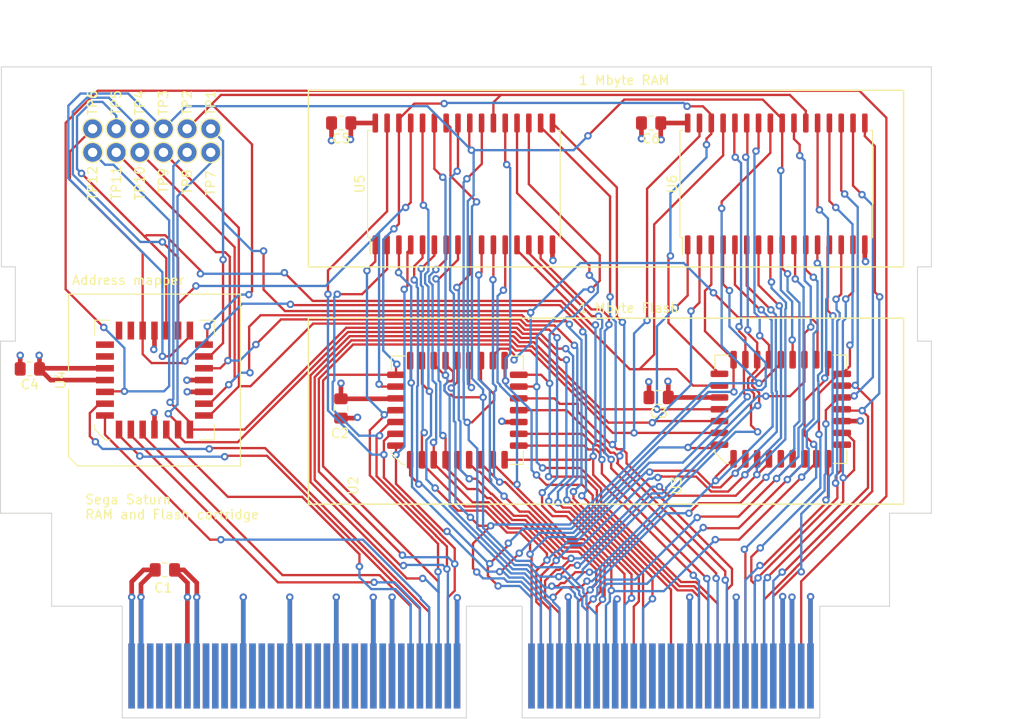
<source format=kicad_pcb>
(kicad_pcb (version 20221018) (generator pcbnew)

  (general
    (thickness 1.6)
  )

  (paper "A4")
  (layers
    (0 "F.Cu" signal)
    (1 "In1.Cu" power "GND")
    (2 "In2.Cu" power "VDD")
    (31 "B.Cu" signal)
    (32 "B.Adhes" user "B.Adhesive")
    (33 "F.Adhes" user "F.Adhesive")
    (34 "B.Paste" user)
    (35 "F.Paste" user)
    (36 "B.SilkS" user "B.Silkscreen")
    (37 "F.SilkS" user "F.Silkscreen")
    (38 "B.Mask" user)
    (39 "F.Mask" user)
    (40 "Dwgs.User" user "User.Drawings")
    (41 "Cmts.User" user "User.Comments")
    (42 "Eco1.User" user "User.Eco1")
    (44 "Edge.Cuts" user)
    (45 "Margin" user)
    (46 "B.CrtYd" user "B.Courtyard")
    (47 "F.CrtYd" user "F.Courtyard")
    (48 "B.Fab" user)
    (49 "F.Fab" user)
  )

  (setup
    (stackup
      (layer "F.SilkS" (type "Top Silk Screen"))
      (layer "F.Paste" (type "Top Solder Paste"))
      (layer "F.Mask" (type "Top Solder Mask") (thickness 0.01))
      (layer "F.Cu" (type "copper") (thickness 0.035))
      (layer "dielectric 1" (type "prepreg") (thickness 0.1) (material "FR4") (epsilon_r 4.5) (loss_tangent 0.02))
      (layer "In1.Cu" (type "copper") (thickness 0.035))
      (layer "dielectric 2" (type "core") (thickness 1.24) (material "FR4") (epsilon_r 4.5) (loss_tangent 0.02))
      (layer "In2.Cu" (type "copper") (thickness 0.035))
      (layer "dielectric 3" (type "prepreg") (thickness 0.1) (material "FR4") (epsilon_r 4.5) (loss_tangent 0.02))
      (layer "B.Cu" (type "copper") (thickness 0.035))
      (layer "B.Mask" (type "Bottom Solder Mask") (thickness 0.01))
      (layer "B.Paste" (type "Bottom Solder Paste"))
      (layer "B.SilkS" (type "Bottom Silk Screen"))
      (copper_finish "None")
      (dielectric_constraints no)
      (edge_connector bevelled)
    )
    (pad_to_mask_clearance 0)
    (pcbplotparams
      (layerselection 0x00010fc_ffffffff)
      (plot_on_all_layers_selection 0x0000000_00000000)
      (disableapertmacros false)
      (usegerberextensions false)
      (usegerberattributes true)
      (usegerberadvancedattributes true)
      (creategerberjobfile true)
      (dashed_line_dash_ratio 12.000000)
      (dashed_line_gap_ratio 3.000000)
      (svgprecision 4)
      (plotframeref false)
      (viasonmask false)
      (mode 1)
      (useauxorigin false)
      (hpglpennumber 1)
      (hpglpenspeed 20)
      (hpglpendiameter 15.000000)
      (dxfpolygonmode true)
      (dxfimperialunits true)
      (dxfusepcbnewfont true)
      (psnegative false)
      (psa4output false)
      (plotreference true)
      (plotvalue true)
      (plotinvisibletext false)
      (sketchpadsonfab false)
      (subtractmaskfromsilk false)
      (outputformat 4)
      (mirror false)
      (drillshape 0)
      (scaleselection 1)
      (outputdirectory "")
    )
  )

  (net 0 "")
  (net 1 "VDD")
  (net 2 "GND")
  (net 3 "/~{CSROM}")
  (net 4 "/~{CSRAM}")
  (net 5 "/~{RD}")
  (net 6 "/~{WRL}")
  (net 7 "/~{WRH}")
  (net 8 "/~{AWAIT}")
  (net 9 "/~{ACS0}")
  (net 10 "/~{ACS1}")
  (net 11 "/~{ARD}")
  (net 12 "/~{AWR0}")
  (net 13 "/~{AWR1}")
  (net 14 "/MCLK")
  (net 15 "unconnected-(U1-~{SYSRES}-PadA3)")
  (net 16 "unconnected-(U1-ISD-PadA4)")
  (net 17 "unconnected-(U1-IBCK-PadA5)")
  (net 18 "unconnected-(U1-ILRCK-PadA6)")
  (net 19 "unconnected-(U1-SCSPCLK-PadA7)")
  (net 20 "unconnected-(U1-EXBG0-PadA9)")
  (net 21 "unconnected-(U1-EXBG2-PadA10)")
  (net 22 "unconnected-(U1-EXBG4-PadA11)")
  (net 23 "unconnected-(U1-EXBG6-PadA12)")
  (net 24 "unconnected-(U1-EXBG8-PadA14)")
  (net 25 "unconnected-(U1-EXBG10-PadA15)")
  (net 26 "unconnected-(U1-EXBG12-PadA16)")
  (net 27 "unconnected-(U1-EXBG14-PadA17)")
  (net 28 "unconnected-(U1-EXBG16-PadA19)")
  (net 29 "unconnected-(U1-EXBG18-PadA20)")
  (net 30 "unconnected-(U1-EXBG20-PadA21)")
  (net 31 "unconnected-(U1-EXBG22-PadA22)")
  (net 32 "unconnected-(U1-~{EXON}-PadA24)")
  (net 33 "unconnected-(U1-~{EXLA1}-PadA25)")
  (net 34 "unconnected-(U1-~{HSYNC}-PadA26)")
  (net 35 "unconnected-(U1-DOTCLK-PadA28)")
  (net 36 "unconnected-(U1-CRTG0-PadA30)")
  (net 37 "/AA25")
  (net 38 "/AA23")
  (net 39 "/AA21")
  (net 40 "/AA19")
  (net 41 "/AA17")
  (net 42 "/AA15")
  (net 43 "/AA12")
  (net 44 "/AA13")
  (net 45 "/AA8")
  (net 46 "/AA9")
  (net 47 "/AA11")
  (net 48 "/AA10")
  (net 49 "/AA1")
  (net 50 "unconnected-(U1-~{ACS2}-PadA48)")
  (net 51 "unconnected-(U1-~{AFC0}-PadA50)")
  (net 52 "unconnected-(U1-~{ATIM0}-PadA51)")
  (net 53 "unconnected-(U1-~{ATIM2}-PadA52)")
  (net 54 "unconnected-(U1-~{AAS}-PadA53)")
  (net 55 "/AD0")
  (net 56 "/AD1")
  (net 57 "/AD2")
  (net 58 "/AD3")
  (net 59 "/AD8")
  (net 60 "/AD9")
  (net 61 "/AD10")
  (net 62 "/AD11")
  (net 63 "unconnected-(U1-~{COPRES}-PadA66)")
  (net 64 "unconnected-(U1-SSEL-PadB3)")
  (net 65 "unconnected-(U1-DSD-PadB4)")
  (net 66 "unconnected-(U1-DBCK-PadB5)")
  (net 67 "unconnected-(U1-DLRCK-PadB6)")
  (net 68 "unconnected-(U1-EXBG1-PadB9)")
  (net 69 "unconnected-(U1-EXBG3-PadB10)")
  (net 70 "unconnected-(U1-EXBG5-PadB11)")
  (net 71 "unconnected-(U1-EXBG7-PadB12)")
  (net 72 "unconnected-(U1-EXBG9-PadB14)")
  (net 73 "unconnected-(U1-EXBG11-PadB15)")
  (net 74 "unconnected-(U1-EXBG13-PadB16)")
  (net 75 "unconnected-(U1-EXBG15-PadB17)")
  (net 76 "unconnected-(U1-EXBG17-PadB19)")
  (net 77 "unconnected-(U1-EXBG19-PadB20)")
  (net 78 "unconnected-(U1-EXBG21-PadB21)")
  (net 79 "unconnected-(U1-EXBG23-PadB22)")
  (net 80 "unconnected-(U1-~{MPEGON}-PadB24)")
  (net 81 "unconnected-(U1-~{EXSL}-PadB25)")
  (net 82 "unconnected-(U1-~{VSYNC}-PadB26)")
  (net 83 "unconnected-(U1-~{EXSYNC}-PadB28)")
  (net 84 "unconnected-(U1-CRTG1-PadB30)")
  (net 85 "/AA24")
  (net 86 "/AA22")
  (net 87 "/AA20")
  (net 88 "/AA18")
  (net 89 "/AA16")
  (net 90 "/AA14")
  (net 91 "/AA7")
  (net 92 "/AA6")
  (net 93 "/AA5")
  (net 94 "/AA4")
  (net 95 "/AA3")
  (net 96 "/AA2")
  (net 97 "unconnected-(U1-AA0-PadB45)")
  (net 98 "unconnected-(U1-~{AFC1}-PadB50)")
  (net 99 "unconnected-(U1-~{ATIM1}-PadB51)")
  (net 100 "unconnected-(U1-~{AIRQ}-PadB53)")
  (net 101 "/AD7")
  (net 102 "/AD6")
  (net 103 "/AD5")
  (net 104 "/AD4")
  (net 105 "/AD15")
  (net 106 "/AD14")
  (net 107 "/AD12")
  (net 108 "/AD13")
  (net 109 "unconnected-(U4-IO20-Pad24)")
  (net 110 "unconnected-(U4-IO21-Pad25)")
  (net 111 "unconnected-(U4-IO22-Pad26)")
  (net 112 "unconnected-(U4-IO23-Pad27)")

  (footprint "Library:TestPoint_Plated_Hole_D1.0mm" (layer "F.Cu") (at 111.88 73.18 180))

  (footprint "Library:TestPoint_Plated_Hole_D1.0mm" (layer "F.Cu") (at 109.34 73.18 180))

  (footprint "Library:PLCC-28_8428" (layer "F.Cu") (at 113.45 97.66 90))

  (footprint "Library:TestPoint_Plated_Hole_D1.0mm" (layer "F.Cu") (at 119.5 70.64 180))

  (footprint "Library:TestPoint_Plated_Hole_D1.0mm" (layer "F.Cu") (at 106.8 73.18 180))

  (footprint "Library:SOP-32" (layer "F.Cu") (at 180.31 76.57 90))

  (footprint "Capacitor_SMD:C_0805_2012Metric_Pad1.18x1.45mm_HandSolder" (layer "F.Cu") (at 133.5275 70.02 180))

  (footprint "Library:TestPoint_Plated_Hole_D1.0mm" (layer "F.Cu") (at 109.34 70.64 180))

  (footprint "Library:TestPoint_Plated_Hole_D1.0mm" (layer "F.Cu") (at 114.42 70.64 180))

  (footprint "Library:SOP-32" (layer "F.Cu") (at 146.72 76.57 90))

  (footprint "Capacitor_SMD:C_0805_2012Metric_Pad1.18x1.45mm_HandSolder" (layer "F.Cu") (at 114.57 118.07))

  (footprint "Library:PLCC-32_8432" (layer "F.Cu") (at 146.02 100.9 90))

  (footprint "Library:TestPoint_Plated_Hole_D1.0mm" (layer "F.Cu") (at 106.8 70.64 180))

  (footprint "Capacitor_SMD:C_0805_2012Metric_Pad1.18x1.45mm_HandSolder" (layer "F.Cu") (at 133.5 100.7125 -90))

  (footprint "Capacitor_SMD:C_0805_2012Metric_Pad1.18x1.45mm_HandSolder" (layer "F.Cu") (at 166.8525 70.02 180))

  (footprint "Capacitor_SMD:C_0805_2012Metric_Pad1.18x1.45mm_HandSolder" (layer "F.Cu") (at 100.05 96.46 180))

  (footprint "Library:TestPoint_Plated_Hole_D1.0mm" (layer "F.Cu") (at 119.5 73.18 180))

  (footprint "Capacitor_SMD:C_0805_2012Metric_Pad1.18x1.45mm_HandSolder" (layer "F.Cu") (at 167.6625 99.53 180))

  (footprint "Library:TestPoint_Plated_Hole_D1.0mm" (layer "F.Cu") (at 116.96 73.18 180))

  (footprint "Library:PLCC-32_8432" (layer "F.Cu") (at 180.8 100.8 90))

  (footprint "Library:TestPoint_Plated_Hole_D1.0mm" (layer "F.Cu") (at 116.96 70.64 180))

  (footprint "Library:TestPoint_Plated_Hole_D1.0mm" (layer "F.Cu") (at 111.88 70.64 180))

  (footprint "Library:SATURN_CN1" (layer "F.Cu") (at 109.99 125.98))

  (footprint "Library:TestPoint_Plated_Hole_D1.0mm" (layer "F.Cu") (at 114.42 73.18 180))

  (gr_rect (start 130 66.5) (end 194 85.5)
    (stroke (width 0.15) (type default)) (fill none) (layer "F.SilkS") (tstamp a6b167f1-9cac-4e53-add4-ad2e2517ef39))
  (gr_rect (start 130 91) (end 194 111)
    (stroke (width 0.15) (type default)) (fill none) (layer "F.SilkS") (tstamp c1377649-0c44-464c-b3f3-ab127a7090fd))
  (gr_line (start 150 122) (end 150 64)
    (stroke (width 0.15) (type default)) (layer "Eco1.User") (tstamp bdfd6878-abc7-4789-b7cd-afda63aa0df3))
  (gr_line (start 195.5 89.5) (end 98.5 89.5)
    (stroke (width 0.15) (type default)) (layer "Eco1.User") (tstamp e849be9c-8dfb-4966-9e35-2065530ace32))
  (gr_line (start 96.89 93.48) (end 96.89 111.98)
    (stroke (width 0.1) (type default)) (layer "Edge.Cuts") (tstamp 26efc865-a19c-4913-a318-9055b5962c06))
  (gr_line (start 195.49 85.48) (end 196.99 85.48)
    (stroke (width 0.1) (type default)) (layer "Edge.Cuts") (tstamp 4137ff99-5efb-4096-a64a-e02f430a5ac9))
  (gr_line (start 196.99 63.98) (end 96.99 63.98)
    (stroke (width 0.1) (type default)) (layer "Edge.Cuts") (tstamp 46e091f8-3e2e-4d54-8989-fac748598c76))
  (gr_line (start 196.99 85.48) (end 196.99 63.98)
    (stroke (width 0.1) (type default)) (layer "Edge.Cuts") (tstamp 4f837575-f8c5-4523-a767-98a5dd25cdf5))
  (gr_line (start 192.49 111.98) (end 196.99 111.98)
    (stroke (width 0.1) (type default)) (layer "Edge.Cuts") (tstamp 5df55996-96f7-40d7-b671-5e3cb346e2b3))
  (gr_line (start 192.49 121.98) (end 192.49 111.98)
    (stroke (width 0.1) (type default)) (layer "Edge.Cuts") (tstamp 61ddd867-1616-4456-b7dc-94d10d9edbd5))
  (gr_line (start 96.89 111.98) (end 102.39 111.98)
    (stroke (width 0.1) (type default)) (layer "Edge.Cuts") (tstamp 66a74439-54f6-4403-a5f1-b249e2e360be))
  (gr_line (start 102.39 121.98) (end 109.99 121.98)
    (stroke (width 0.1) (type default)) (layer "Edge.Cuts") (tstamp 7f73f415-af0a-4e30-b8c2-9fbc25fcfaf0))
  (gr_line (start 96.99 63.98) (end 96.99 85.48)
    (stroke (width 0.1) (type default)) (layer "Edge.Cuts") (tstamp 847fdc5e-8fcd-4b4f-a7eb-512a24115e76))
  (gr_line (start 96.99 85.48) (end 98.49 85.48)
    (stroke (width 0.1) (type default)) (layer "Edge.Cuts") (tstamp 84ae881f-c1f3-4201-945b-3e3f7f558d26))
  (gr_line (start 98.49 93.48) (end 96.89 93.48)
    (stroke (width 0.1) (type default)) (layer "Edge.Cuts") (tstamp 9117ed7d-daad-42b0-88bf-39fb005725f8))
  (gr_line (start 98.49 85.48) (end 98.49 93.48)
    (stroke (width 0.1) (type default)) (layer "Edge.Cuts") (tstamp a14122f6-8b83-4593-af3e-a7bd404646fd))
  (gr_line (start 196.99 111.98) (end 196.99 93.48)
    (stroke (width 0.1) (type default)) (layer "Edge.Cuts") (tstamp a258845f-c130-4452-b724-a9ac96631bca))
  (gr_line (start 196.99 93.48) (end 195.49 93.48)
    (stroke (width 0.1) (type default)) (layer "Edge.Cuts") (tstamp a4f68842-6b36-493f-9c30-8564361a8b55))
  (gr_line (start 184.99 121.98) (end 192.49 121.98)
    (stroke (width 0.1) (type default)) (layer "Edge.Cuts") (tstamp b5f7aef3-9cbc-4c5e-8fb5-c954b3e65829))
  (gr_line (start 195.49 93.48) (end 195.49 85.48)
    (stroke (width 0.1) (type default)) (layer "Edge.Cuts") (tstamp b7acb519-8269-43da-be45-cd24fa5d160a))
  (gr_line (start 102.39 111.98) (end 102.39 121.98)
    (stroke (width 0.1) (type default)) (layer "Edge.Cuts") (tstamp fa2e1d12-0bd9-46db-a7b3-b44336313362))
  (gr_text "Address mapper" (at 104.5 87.5) (layer "F.SilkS") (tstamp 0cc24dd1-9bc6-4353-8d20-4608f56f824d)
    (effects (font (size 1 1) (thickness 0.15)) (justify left bottom))
  )
  (gr_text "1 Mbyte Flash" (at 159 90.5) (layer "F.SilkS") (tstamp 3ad84fec-8402-470d-adeb-da6ca6c1da6e)
    (effects (font (size 1 1) (thickness 0.15)) (justify left bottom))
  )
  (gr_text "Sega Saturn\nRAM and Flash cartridge" (at 105.9 112.7) (layer "F.SilkS") (tstamp a876362f-4b64-4a0f-a525-36d00efc03a5)
    (effects (font (size 1 1) (thickness 0.15)) (justify left bottom))
  )
  (gr_text "1 Mbyte RAM\n" (at 159 66) (layer "F.SilkS") (tstamp d8b84799-57b6-4c0d-96ea-4fab1526717d)
    (effects (font (size 1 1) (thickness 0.15)) (justify left bottom))
  )
  (dimension (type aligned) (layer "Eco1.User") (tstamp a97910fa-4868-4813-ac43-01d96c079285)
    (pts (xy 195.5 89.5) (xy 195.5 85.5))
    (height 7.7)
    (gr_text "4.0000 mm" (at 202.05 87.5 90) (layer "Eco1.User") (tstamp a97910fa-4868-4813-ac43-01d96c079285)
      (effects (font (size 1 1) (thickness 0.15)))
    )
    (format (prefix "") (suffix "") (units 3) (units_format 1) (precision 4))
    (style (thickness 0.15) (arrow_length 1.27) (text_position_mode 0) (extension_height 0.58642) (extension_offset 0.5) keep_text_aligned)
  )
  (dimension (type aligned) (layer "Eco1.User") (tstamp f6f758f3-dbbb-48f4-9719-d87db58343bc)
    (pts (xy 197 85.5) (xy 197 93.5))
    (height -3.66)
    (gr_text "8.0000 mm" (at 199.51 89.5 90) (layer "Eco1.User") (tstamp f6f758f3-dbbb-48f4-9719-d87db58343bc)
      (effects (font (size 1 1) (thickness 0.15)))
    )
    (format (prefix "") (suffix "") (units 3) (units_format 1) (precision 4))
    (style (thickness 0.15) (arrow_length 1.27) (text_position_mode 0) (extension_height 0.58642) (extension_offset 0.5) keep_text_aligned)
  )

  (segment (start 183.99 120.956886) (end 184 120.946886) (width 0.5) (layer "F.Cu") (net 1) (tstamp 150a5cac-e38b-49fc-8e16-ee4c48f154c7))
  (segment (start 134.565 70.02) (end 137.195 70.02) (width 0.5) (layer "F.Cu") (net 1) (tstamp 1d19f338-61d8-42a6-b909-b327beb47438))
  (segment (start 133.5 98.002842) (end 133.505278 97.997564) (width 0.5) (layer "F.Cu") (net 1) (tstamp 2593b6cd-ae10-43b7-8d2d-f8556f1fcbd3))
  (segment (start 133.5 99.675) (end 139.375 99.675) (width 0.5) (layer "F.Cu") (net 1) (tstamp 28bbd7af-639e-43bc-b5cf-048b2a6d7566))
  (segment (start 112.28 118.07) (end 113.5325 118.07) (width 0.5) (layer "F.Cu") (net 1) (tstamp 33287a7e-7159-47df-847c-2f567b83cc4b))
  (segment (start 134.565 71.755) (end 134.53 71.79) (width 0.5) (layer "F.Cu") (net 1) (tstamp 3472f6bb-4853-4b03-9811-f03048cc8250))
  (segment (start 111 129.5) (end 111 121) (width 0.5) (layer "F.Cu") (net 1) (tstamp 393b1950-bc06-48bd-9284-d13db6901523))
  (segment (start 168.7 97.83) (end 168.66 97.79) (width 0.5) (layer "F.Cu") (net 1) (tstamp 45ce71a3-9def-42c7-8acd-e048f7e85daf))
  (segment (start 112 121) (end 112 119.6025) (width 0.5) (layer "F.Cu") (net 1) (tstamp 4c769d22-9429-49bc-a794-69c5c1c976a5))
  (segment (start 167.89 71.77) (end 167.94 71.82) (width 0.5) (layer "F.Cu") (net 1) (tstamp 50369504-05d8-49cd-865f-306c58d96834))
  (segment (start 133.5 99.675) (end 133.5 98.002842) (width 0.5) (layer "F.Cu") (net 1) (tstamp 562e9710-00ef-46e0-aed9-cd059a072e15))
  (segment (start 168.7 99.53) (end 174.2 99.53) (width 0.5) (layer "F.Cu") (net 1) (tstamp 5d317a76-bf0f-4d52-8570-8b117f169ff7))
  (segment (start 183.99 129.48) (end 183.99 120.956886) (width 0.5) (layer "F.Cu") (net 1) (tstamp 5e0c6ed7-6bec-4766-8e22-2e6e2da15686))
  (segment (start 167.89 70.02) (end 167.89 71.77) (width 0.5) (layer "F.Cu") (net 1) (tstamp 601e936b-e535-4610-afc0-bbc3fc2e23d5))
  (segment (start 108.1275 97.66) (end 102.2875 97.66) (width 0.5) (layer "F.Cu") (net 1) (tstamp 69a26f76-068c-4e21-9870-291ba8ce354b))
  (segment (start 112 129.5) (end 112 121) (width 0.5) (layer "F.Cu") (net 1) (tstamp 7ecc70eb-6a76-480c-96ec-cc7ab428ae9a))
  (segment (start 102.2875 97.66) (end 101.0875 96.46) (width 0.5) (layer "F.Cu") (net 1) (tstamp 85e3ed5f-912e-4e71-8451-2964f830d2b7))
  (segment (start 111 119.35) (end 112.28 118.07) (width 0.5) (layer "F.Cu") (net 1) (tstamp 8a6edbd9-d5b8-447c-a041-b1d8b1f6a89b))
  (segment (start 136.99 129.48) (end 136.99 121.030366) (width 0.5) (layer "F.Cu") (net 1) (tstamp 9db1750c-f912-4107-8201-0a19190b616f))
  (segment (start 167.89 70.02) (end 170.785 70.02) (width 0.5) (layer "F.Cu") (net 1) (tstamp a96dd422-134f-4235-8422-062b587c6501))
  (segment (start 111 121) (end 111 119.35) (width 0.5) (layer "F.Cu") (net 1) (tstamp be2eb4e0-ee67-4ea0-8d49-2814018617cb))
  (segment (start 136.99 121.030366) (end 136.973988 121.014354) (width 0.5) (layer "F.Cu") (net 1) (tstamp c15fe8ac-9d8b-4d0f-bc5b-d4ff9a5d85f4))
  (segment (start 101.0875 95.037492) (end 101.050008 95) (width 0.5) (layer "F.Cu") (net 1) (tstamp c53596bd-2064-4b3f-91c4-d583be6d8aec))
  (segment (start 101.1575 96.39) (end 108.1275 96.39) (width 0.5) (layer "F.Cu") (net 1) (tstamp cd715e46-37b4-4148-adb8-a248ce40386b))
  (segment (start 136.973988 129.473988) (end 136.973988 121.014354) (width 0.5) (layer "F.Cu") (net 1) (tstamp cf15110e-f1b7-42ab-ad00-a9ce9f1947b9))
  (segment (start 112 119.6025) (end 113.5325 118.07) (width 0.5) (layer "F.Cu") (net 1) (tstamp de3788d6-d0d6-445b-83c8-b1a831f36e33))
  (segment (start 101.0875 96.46) (end 101.0875 95.037492) (width 0.5) (layer "F.Cu") (net 1) (tstamp e376a1c3-4ae7-41b4-aa89-b8ffba1256e4))
  (segment (start 134.565 70.02) (end 134.565 71.755) (width 0.5) (layer "F.Cu") (net 1) (tstamp f14fab64-d0a6-4cff-8f9a-17df96639daf))
  (segment (start 168.7 99.53) (end 168.7 97.83) (width 0.5) (layer "F.Cu") (net 1) (tstamp f309a740-e490-4e54-8e9f-5a7f47becb10))
  (via (at 134.53 71.79) (size 0.8) (drill 0.4) (layers "F.Cu" "B.Cu") (net 1) (tstamp 00d2772a-ed6f-410d-b3f7-56857261f380))
  (via (at 111 121) (size 0.8) (drill 0.4) (layers "F.Cu" "B.Cu") (net 1) (tstamp 14465097-0c17-4e59-8293-22d75f4d83c5))
  (via (at 136.973988 121.014354) (size 0.8) (drill 0.4) (layers "F.Cu" "B.Cu") (net 1) (tstamp 15b78661-4f3f-4071-a4e1-d23751d073d8))
  (via (at 112 121) (size 0.8) (drill 0.4) (layers "F.Cu" "B.Cu") (net 1) (tstamp 5274b4ff-90a9-4cd9-8557-9b14aa22342c))
  (via (at 167.94 71.82) (size 0.8) (drill 0.4) (layers "F.Cu" "B.Cu") (net 1) (tstamp 6238e084-062f-4f59-8672-16eca738b113))
  (via (at 101.050008 95) (size 0.8) (drill 0.4) (layers "F.Cu" "B.Cu") (net 1) (tstamp 80def720-f3a4-479c-bfa7-281d22833214))
  (via (at 184 120.946886) (size 0.8) (drill 0.4) (layers "F.Cu" "B.Cu") (net 1) (tstamp 941f2826-ef81-4d58-8fcc-5246bcc39c2d))
  (via (at 133.505278 97.997564) (size 0.8) (drill 0.4) (layers "F.Cu" "B.Cu") (net 1) (tstamp bf09e17c-db77-40fb-8051-6aed138714c3))
  (via (at 168.66 97.79) (size 0.8) (drill 0.4) (layers "F.Cu" "B.Cu") (net 1) (tstamp c97c3d6c-ea5c-4568-aaad-9a9a8675d04c))
  (segment (start 183.99 120.956886) (end 184 120.946886) (width 0.5) (layer "B.Cu") (net 1) (tstamp 49760b97-aa8e-467d-8818-441dabaf2bc5))
  (segment (start 111 129.5) (end 111 121) (width 0.5) (layer "B.Cu") (net 1) (tstamp 59490ddf-8c0b-4b49-afce-4f5554f65b16))
  (segment (start 136.973988 129.473988) (end 136.973988 121.014354) (width 0.5) (layer "B.Cu") (net 1) (tstamp 6c8e9bdb-973f-4532-b53d-2e8a0774f821))
  (segment (start 112 129.5) (end 112 121) (width 0.5) (layer "B.Cu") (net 1) (tstamp 7131fbe6-54ab-44b1-bb50-aa5219de50fb))
  (segment (start 183.99 129.48) (end 183.99 120.956886) (width 0.5) (layer "B.Cu") (net 1) (tstamp de2eb369-819c-4c32-9288-baf0f3965b32))
  (segment (start 176 129.5) (end 176 121) (width 0.5) (layer "F.Cu") (net 2) (tstamp 00cd3989-0df8-4dc2-ac69-54c97da8c057))
  (segment (start 162.99 129.48) (end 162.99 121.41) (width 0.5) (layer "F.Cu") (net 2) (tstamp 023b36b3-a0c9-4525-b387-fd081c164ab5))
  (segment (start 123 129.5) (end 123 121) (width 0.5) (layer "F.Cu") (net 2) (tstamp 0715617c-94e2-4740-a325-032c974892a6))
  (segment (start 113.45 102.9825) (end 113.45 101.18) (width 0.5) (layer "F.Cu") (net 2) (tstamp 13e45939-8162-4979-9c68-61748851370b))
  (segment (start 135.2 101.75) (end 135.28 101.67) (width 0.5) (layer "F.Cu") (net 2) (tstamp 1841ff62-ef90-4d73-ad92-40653f80b1f9))
  (segment (start 150.88 102.17) (end 150.8 102.09) (width 0.5) (layer "F.Cu") (net 2) (tstamp 1e345636-ad8b-4e53-8431-61c307e9604a))
  (segment (start 146 129.5) (end 146 121.06777) (width 0.5) (layer "F.Cu") (net 2) (tstamp 202e9517-5fae-43eb-a15e-38ed8ead1b18))
  (segment (start 166.625 97.865) (end 166.6 97.84) (width 0.5) (layer "F.Cu") (net 2) (tstamp 23d3fcca-8e20-4e64-9b31-a3287cbfa13c))
  (segment (start 133 129.5) (end 133 121) (width 0.5) (layer "F.Cu") (net 2) (tstamp 2a5d08fd-5567-4b29-992c-a3fcc30ce04d))
  (segment (start 171 129.5) (end 171 121) (width 0.5) (layer "F.Cu") (net 2) (tstamp 2a75e678-a73b-4252-b465-d2709fddc9f3))
  (segment (start 157.99 129.48) (end 157.99 121.025705) (width 0.5) (layer "F.Cu") (net 2) (tstamp 360148cc-9027-4f2a-8b78-364ac6236df9))
  (segment (start 116.99 129.48) (end 116.99 121.01) (width 0.5) (layer "F.Cu") (net 2) (tstamp 380c9c9f-4472-49fe-8c7f-53794f8c28ee))
  (segment (start 181 129.5) (end 181 120.937654) (width 0.5) (layer "F.Cu") (net 2) (tstamp 3bf9eebc-1e61-4ce3-ae9b-f0dd787fe9a3))
  (segment (start 182 129.5) (end 182 121) (width 0.5) (layer "F.Cu") (net 2) (tstamp 44918f31-bd69-4fe3-a8fe-6b3cf3c0bbf6))
  (segment (start 118.7725 98.93) (end 116.98 98.93) (width 0.5) (layer "F.Cu") (net 2) (tstamp 46eae682-623d-4b71-be31-b5e726af3b1d))
  (segment (start 152.62 102.17) (end 150.88 102.17) (width 0.5) (layer "F.Cu") (net 2) (tstamp 495d704b-aa0a-4a25-bd1d-7e988cdefcb0))
  (segment (start 128 129.5) (end 128 121) (width 0.5) (layer "F.Cu") (net 2) (tstamp 520660c6-cba5-4cf8-97e5-3674021574e2))
  (segment (start 132.49 70.02) (end 132.49 71.9) (width 0.5) (layer "F.Cu") (net 2) (tstamp 54f8f595-6b8f-4558-adae-e83a05da2438))
  (segment (start 166.625 99.53) (end 166.625 97.865) (width 0.5) (layer "F.Cu") (net 2) (tstamp 57b232a2-923b-4681-8085-c7e7190b2986))
  (segment (start 113.45 94.3) (end 113.38 94.37) (width 0.5) (layer "F.Cu") (net 2) (tstamp 5930c4b9-ad7b-4ba8-833c-b43166021a6e))
  (segment (start 133.5 101.75) (end 135.2 101.75) (width 0.5) (layer "F.Cu") (net 2) (tstamp 5fce4744-1a5f-4bbf-92fb-392725789792))
  (segment (start 118 129.5) (end 118 121) (width 0.5) (layer "F.Cu") (net 2) (tstamp 608ac15e-f1be-4fe9-8193-1a163df993ce))
  (segment (start 117 119.4625) (end 115.6075 118.07) (width 0.5) (layer "F.Cu") (net 2) (tstamp 68688dd4-c9c4-46de-a66f-e1306109a76b))
  (segment (start 116.98 98.93) (end 116.97 98.92) (width 0.5) (layer "F.Cu") (net 2) (tstamp 69febde3-67e6-4c4f-a523-6c4ee2d1d72f))
  (segment (start 189.319998 102.07) (end 189.34 102.049998) (width 0.5) (layer "F.Cu") (net 2) (tstamp 6cd656d9-a42d-4d69-9e9b-6f8d061f99ea))
  (segment (start 116.99 121.01) (end 117 121) (width 0.5) (layer "F.Cu") (net 2) (tstamp 7d2d8f6e-01a6-4921-a281-0479329e2862))
  (segment (start 156.245 83.12) (end 156.245 84.745002) (width 0.5) (layer "F.Cu") (net 2) (tstamp 82bca15e-49d1-4ab3-a278-467a3253d7e1))
  (segment (start 146 121.06777) (end 146.009265 121.058505) (width 0.5) (layer "F.Cu") (net 2) (tstamp 84a35fa3-8dd2-4e6f-b0d6-0cdd76cda312))
  (segment (start 116.61 118.07) (end 115.6075 118.07) (width 0.5) (layer "F.Cu") (net 2) (tstamp 85751619-9ded-4b57-a264-29662228b21e))
  (segment (start 162.99 121.41) (end 163.2 121.2) (width 0.5) (layer "F.Cu") (net 2) (tstamp 88baaf24-3ec1-4483-a515-82d87030f14c))
  (segment (start 116.95 97.66) (end 116.94 97.67) (width 0.5) (layer "F.Cu") (net 2) (tstamp 8aba8a65-02bf-46e3-ac0c-3f49e298073b))
  (segment (start 189.835 83.12) (end 189.835 84.845) (width 0.5) (layer "F.Cu") (net 2) (tstamp 8ca20882-2eb4-41ee-b32e-2c7e18809813))
  (segment (start 158 121.03118) (end 157.944995 120.976175) (width 0.5) (layer "F.Cu") (net 2) (tstamp 941362ea-857c-4d9f-9ff0-9eaf94011a1e))
  (segment (start 132.49 71.9) (end 132.48 71.91) (width 0.5) (layer "F.Cu") (net 2) (tstamp 9b7fec44-7e5e-4074-bc44-5f9186c96004))
  (segment (start 118 121) (end 118 119.46) (width 0.5) (layer "F.Cu") (net 2) (tstamp a00fb8a0-2304-4278-80f5-8edea70ed145))
  (segment (start 139 129.5) (end 139 121.000004) (width 0.5) (layer "F.Cu") (net 2) (tstamp ac7e33b6-d055-47f8-8448-6606e482024c))
  (segment (start 157.99 121.025705) (end 157.94047 120.976175) (width 0.5) (layer "F.Cu") (net 2) (tstamp af16f5fa-c397-4b28-89ea-5baae72af44e))
  (segment (start 118.7725 97.66) (end 116.95 97.66) (width 0.5) (layer "F.Cu") (net 2) (tstamp b03028bd-c21e-4743-a5fe-b071d446c7c7))
  (segment (start 157.944995 120.976175) (end 157.94047 120.976175) (width 0.5) (layer "F.Cu") (net 2) (tstamp b46af8c6-2f08-4702-abbe-023fd52186af))
  (segment (start 99.0125 96.46) (end 99.0125 95.000004) (width 0.5) (layer "F.Cu") (net 2) (tstamp b9122639-f954-4a0c-ab58-898824906fd9))
  (segment (start 113.45 92.3375) (end 113.45 94.3) (width 0.5) (layer "F.Cu") (net 2) (tstamp bbbcbbbb-b7b1-4cfb-8095-b0219ba783fa))
  (segment (start 189.835 84.845) (end 189.91 84.92) (width 0.5) (layer "F.Cu") (net 2) (tstamp c6701152-5543-49c4-82dc-f31d00b855ad))
  (segment (start 118 119.46) (end 116.61 118.07) (width 0.5) (layer "F.Cu") (net 2) (tstamp c7832371-eb7f-4538-be8b-7293d1352471))
  (segment (start 187.4 102.07) (end 189.319998 102.07) (width 0.5) (layer "F.Cu") (net 2) (tstamp c8f8a90c-5352-4742-a1dd-7e834f0bfc65))
  (segment (start 113.45 101.18) (end 113.43 101.16) (width 0.5) (layer "F.Cu") (net 2) (tstamp d609e0e0-db5d-4d5f-a93b-728929aeccea))
  (segment (start 156.245 84.745002) (end 156.299998 84.8) (width 0.5) (layer "F.Cu") (net 2) (tstamp dc147dd2-2cf5-4c78-b696-8f8513fe7c7d))
  (segment (start 117 121) (end 117 119.4625) (width 0.5) (layer "F.Cu") (net 2) (tstamp e3fcde7c-03cb-4b63-9a34-5af5d19015a8))
  (segment (start 165.815 70.02) (end 165.815 71.699994) (width 0.5) (layer "F.Cu") (net 2) (tstamp e5601bef-86e0-477f-b91b-59c598b40924))
  (via (at 128 121) (size 0.8) (drill 0.4) (layers "F.Cu" "B.Cu") (net 2) (tstamp 08c6fa63-6c30-4a09-b2cd-d9d48050b2c8))
  (via (at 116.97 98.92) (size 0.8) (drill 0.4) (layers "F.Cu" "B.Cu") (net 2) (tstamp 0ce76b44-fb35-4739-8518-52704a9b95a9))
  (via (at 157.94047 120.976175) (size 0.8) (drill 0.4) (layers "F.Cu" "B.Cu") (net 2) (tstamp 0cea728e-7a06-4e98-a112-afaf48b2ff72))
  (via (at 171 121) (size 0.8) (drill 0.4) (layers "F.Cu" "B.Cu") (net 2) (tstamp 0e9aa6f6-78c2-4823-9f5b-8128cfdfce8f))
  (via (at 118 121) (size 0.8) (drill 0.4) (layers "F.Cu" "B.Cu") (net 2) (tstamp 122b46b4-8078-4d03-9a68-6fdb5ef97ef8))
  (via (at 166.6 97.84) (size 0.8) (drill 0.4) (layers "F.Cu" "B.Cu") (net 2) (tstamp 341ab4de-6a95-4c35-8e34-d271c505544b))
  (via (at 150.8 102.09) (size 0.8) (drill 0.4) (layers "F.Cu" "B.Cu") (net 2) (tstamp 3ab1fb96-e0c5-4c1b-ae4e-c0594c3f83b4))
  (via (at 133 121) (size 0.8) (drill 0.4) (layers "F.Cu" "B.Cu") (net 2) (tstamp 3bd84352-2707-463a-bea4-2bf8d0f36e37))
  (via (at 176 121) (size 0.8) (drill 0.4) (layers "F.Cu" "B.Cu") (net 2) (tstamp 417a4f7c-722b-4e8c-a987-aeb2f6994dab))
  (via (at 113.38 94.37) (size 0.8) (drill 0.4) (layers "F.Cu" "B.Cu") (net 2) (tstamp 4b0288c8-ecd3-4daf-9029-e099b6fd5292))
  (via (at 181 120.937654) (size 0.8) (drill 0.4) (layers "F.Cu" "B.Cu") (net 2) (tstamp 57543c43-0fcd-44b6-8069-f8da74925f52))
  (via (at 113.43 101.16) (size 0.8) (drill 0.4) (layers "F.Cu" "B.Cu") (net 2) (tstamp 5941b6f3-5f05-43bd-8563-8d965c700e26))
  (via (at 146.009265 121.058505) (size 0.8) (drill 0.4) (layers "F.Cu" "B.Cu") (net 2) (tstamp 5a0a5f1b-24a7-4cf2-a7a6-9f83976726d2))
  (via (at 135.28 101.67) (size 0.8) (drill 0.4) (layers "F.Cu" "B.Cu") (net 2) (tstamp 5aafe448-76b6-414f-bf2a-02b0de2324ca))
  (via (at 165.815 71.699994) (size 0.8) (drill 0.4) (layers "F.Cu" "B.Cu") (net 2) (tstamp 6145e6f4-58f6-4c4a-9e54-ff9f9fc6b658))
  (via (at 99.0125 95.000004) (size 0.8) (drill 0.4) (layers "F.Cu" "B.Cu") (net 2) (tstamp 83f92a66-35ef-4674-8e88-64bdc919ae60))
  (via (at 123 121) (size 0.8) (drill 0.4) (layers "F.Cu" "B.Cu") (net 2) (tstamp 9b32f7d1-7e46-4bd5-af44-0f445c3edc2f))
  (via (at 139 121.000004) (size 0.8) (drill 0.4) (layers "F.Cu" "B.Cu") (net 2) (tstamp a6e0b928-0ee3-401f-8c52-7423f572faa8))
  (via (at 156.299998 84.8) (size 0.8) (drill 0.4) (layers "F.Cu" "B.Cu") (net 2) (tstamp a9f6b616-8460-4271-b388-a2b56cb79870))
  (via (at 189.91 84.92) (size 0.8) (drill 0.4) (layers "F.Cu" "B.Cu") (net 2) (tstamp ac50c9b3-0ccc-4f82-b050-b019b0e9717e))
  (via (at 189.34 102.049998) (size 0.8) (drill 0.4) (layers "F.Cu" "B.Cu") (net 2) (tstamp b02fa23f-c02b-488b-9134-5dad8da187a1))
  (via (at 116.94 97.67) (size 0.8) (drill 0.4) (layers "F.Cu" "B.Cu") (net 2) (tstamp df03aa27-8a7e-49c3-bcf3-081fb4efccdf))
  (via (at 132.48 71.91) (size 0.8) (drill 0.4) (layers "F.Cu" "B.Cu") (net 2) (tstamp e45da8ab-725b-4e5d-b4ca-34615123dff4))
  (via (at 163.2 121.2) (size 0.8) (drill 0.4) (layers "F.Cu" "B.Cu") (net 2) (tstamp e8a91372-1a0e-4634-ae98-c0ddc8836413))
  (via (at 117 121) (size 0.8) (drill 0.4) (layers "F.Cu" "B.Cu") (net 2) (tstamp f0f95d3c-4f75-4ce1-9d97-68e7461c30ad))
  (via (at 182 121) (size 0.8) (drill 0.4) (layers "F.Cu" "B.Cu") (net 2) (tstamp f5b35805-eefb-432e-b5ef-0cc4822bbc02))
  (segment (start 157.99 129.48) (end 157.99 121.025705) (width 0.5) (layer "B.Cu") (net 2) (tstamp 09ed309e-0721-437a-a8f2-ca856e201bc4))
  (segment (start 118 129.5) (end 118 121) (width 0.5) (layer "B.Cu") (net 2) (tstamp 2054d0ac-7dcd-4141-9f16-47eb65e89248))
  (segment (start 162.99 129.48) (end 162.99 121.41) (width 0.5) (layer "B.Cu") (net 2) (tstamp 3c3136e5-7162-4a5a-8df9-109882a71078))
  (segment (start 158 121.03118) (end 157.944995 120.976175) (width 0.5) (layer "B.Cu") (net 2) (tstamp 48d95829-a6c0-4079-b2ea-20ba5fb0ed91))
  (segment (start 133 129.5) (end 133 121) (width 0.5) (layer "B.Cu") (net 2) (tstamp 53e708ba-a9e1-45c4-817b-28ec2e821f20))
  (segment (start 146 129.5) (end 146 121.06777) (width 0.5) (layer "B.Cu") (net 2) (tstamp 7d2f7957-53f6-4043-bd5e-7aad073ef313))
  (segment (start 182 129.5) (end 182 121) (width 0.5) (layer "B.Cu") (net 2) (tstamp 7e909921-bcfa-4654-a1b7-7f81a0754bf7))
  (segment (start 123 129.5) (end 123 121) (width 0.5) (layer "B.Cu") (net 2) (tstamp 940f0ef4-1aa7-4766-927c-04f1ef3af8a6))
  (segment (start 162.99 121.41) (end 163.2 121.2) (width 0.5) (layer "B.Cu") (net 2) (tstamp 9e866af8-07b2-42e3-9f90-53efd1273ac1))
  (segment (start 157.99 121.025705) (end 157.94047 120.976175) (width 0.5) (layer "B.Cu") (net 2) (tstamp a92fe985-73a0-498e-b031-2e235b40a5a5))
  (segment (start 157.944995 120.976175) (end 157.94047 120.976175) (width 0.5) (layer "B.Cu") (net 2) (tstamp a96a6bef-0c4b-46a3-9061-eed67e7ff189))
  (segment (start 128 129.5) (end 128 121) (width 0.5) (layer "B.Cu") (net 2) (tstamp b593159b-3705-46a0-b833-a03cc3db3d20))
  (segment (start 139 129.5) (end 139 121.000004) (width 0.5) (layer "B.Cu") (net 2) (tstamp c402190d-065a-4c7e-834a-7e3419a833cd))
  (segment (start 146 121.06777) (end 146.009265 121.058505) (width 0.5) (layer "B.Cu") (net 2) (tstamp e14504ef-578e-4af5-a70e-af63987b970f))
  (segment (start 181 129.5) (end 181 120.937654) (width 0.5) (layer "B.Cu") (net 2) (tstamp e9ed89a1-28cf-4bd8-a2c6-c33b111a5303))
  (segment (start 176 129.5) (end 176 121) (width 0.5) (layer "B.Cu") (net 2) (tstamp ecf72db7-6f34-40fa-b2c0-384616ea8e09))
  (segment (start 171 129.5) (end 171 121) (width 0.5) (layer "B.Cu") (net 2) (tstamp fb6dc328-c029-4e65-af39-b0a826a85afd))
  (segment (start 151.482107 94.29) (end 152.113845 94.921738) (width 0.25) (layer "F.Cu") (net 3) (tstamp 036a5604-4908-44d9-876d-2b7189b88d5a))
  (segment (start 152.113845 94.921738) (end 152.113845 95.491031) (width 0.25) (layer "F.Cu") (net 3) (tstamp 24a427ef-240e-4fdd-b74f-daf01b97953c))
  (segment (start 119.385 95.12) (end 120.825 93.68) (width 0.25) (layer "F.Cu") (net 3) (tstamp 2c1df38e-965f-4055-89d4-b9aeabb9285b))
  (segment (start 184.012007 90.925) (end 176.215 90.925) (width 0.25) (layer "F.Cu") (net 3) (tstamp 2c8d2767-4542-473a-90da-2192c2f033e8))
  (segment (start 149.83 95.048376) (end 150.588376 94.29) (width 0.25) (layer "F.Cu") (net 3) (tstamp 5008929f-8ddb-4222-abe8-1d7743a097dc))
  (segment (start 184.745852 95.334148) (end 184.745852 91.658845) (width 0.25) (layer "F.Cu") (net 3) (tstamp 5854c40f-761b-41e9-af9c-b7f510195177))
  (segment (start 120.825 84.710008) (end 120.825008 84.71) (width 0.25) (layer "F.Cu") (net 3) (tstamp 5ca6b836-8fc2-40d0-be7b-9c0b70b9de03))
  (segment (start 184.745852 91.658845) (end 184.012007 90.925) (width 0.25) (layer "F.Cu") (net 3) (tstamp 6af05661-7d5c-4efa-827b-2ad206d4a2d3))
  (segment (start 125.18 87.94) (end 127.48 90.24) (width 0.25) (layer "F.Cu") (net 3) (tstamp 81373625-a6dd-4b56-a15f-bda8daad6c0b))
  (segment (start 150.588376 94.29) (end 151.482107 94.29) (width 0.25) (layer "F.Cu") (net 3) (tstamp 88761aa6-69fa-41a9-8530-075e095a4ec7))
  (segment (start 127.48 90.24) (end 153.74 90.24) (width 0.25) (layer "F.Cu") (net 3) (tstamp a864ae1f-e7cb-4c72-991c-956b154bbc60))
  (segment (start 120.825 93.68) (end 120.825 84.710008) (width 0.25) (layer "F.Cu") (net 3) (tstamp ccbd3479-88e2-49a2-8e58-c225704ed0b1))
  (segment (start 176.215 90.925) (end 173.56 88.27) (width 0.25) (layer "F.Cu") (net 3) (tstamp d3fdbc3f-c679-4033-b7f3-3c9f79001345))
  (segment (start 153.74 90.24) (end 153.9 90.4) (width 0.25) (layer "F.Cu") (net 3) (tstamp e9994500-971f-44d4-b9d5-0163621ab107))
  (segment (start 125.18 83.78) (end 125.18 87.94) (width 0.25) (layer "F.Cu") (net 3) (tstamp f31c5b40-0691-4def-8a62-5af70c905386))
  (via (at 120.825008 84.71) (size 0.8) (drill 0.4) (layers "F.Cu" "B.Cu") (net 3) (tstamp 49ecb374-375d-478f-8bc5-154c18e06874))
  (via (at 153.9 90.4) (size 0.8) (drill 0.4) (layers "F.Cu" "B.Cu") (net 3) (tstamp 797b3b6f-335f-44a8-afca-2f192cdcc422))
  (via (at 152.113845 95.491031) (size 0.8) (drill 0.4) (layers "F.Cu" "B.Cu") (net 3) (tstamp 947108fb-86c5-4bea-91f2-9d7a4256a029))
  (via (at 125.18 83.78) (size 0.8) (drill 0.4) (layers "F.Cu" "B.Cu") (net 3) (tstamp d0f03823-ec4d-4e24-9c3b-2530e2a2f2b0))
  (via (at 173.56 88.27) (size 0.8) (drill 0.4) (layers "F.Cu" "B.Cu") (net 3) (tstamp de2a1371-17d4-412a-ab77-d410d6b37d7f))
  (segment (start 120.825008 71.965008) (end 120.825008 79.14) (width 0.25) (layer "B.Cu") (net 3) (tstamp 1e3d98f1-6a0a-43d1-93ec-7e603d395e0d))
  (segment (start 120.825008 79.14) (end 120.825008 84.71) (width 0.25) (layer "B.Cu") (net 3) (tstamp 1fb9ed48-0292-4b36-a60e-0c4d64f36e29))
  (segment (start 120.825008 80.625008) (end 123.98 83.78) (width 0.25) (layer "B.Cu") (net 3) (tstamp 2499ca67-2610-4064-940f-d55f450487a7))
  (segment (start 152.113845 95.491031) (end 153.9 93.704876) (width 0.25) (layer "B.Cu") (net 3) (tstamp 2709b81a-00c9-4ca9-b538-9f47bfa89eb4))
  (segment (start 173.56 88.27) (end 170.365 85.075) (width 0.25) (layer "B.Cu") (net 3) (tstamp 33887749-7f23-4704-badc-2922fe91d468))
  (segment (start 153.9 93.704876) (end 153.9 90.4) (width 0.25) (layer "B.Cu") (net 3) (tstamp 56499c04-4991-487c-a9bb-edb19119dcdd))
  (segment (start 170.365 85.075) (end 159.225 85.075) (width 0.25) (layer "B.Cu") (net 3) (tstamp 657a73de-5a0e-4f5f-aeb1-9b2eff492e69))
  (segment (start 123.98 83.78) (end 125.18 83.78) (width 0.25) (layer "B.Cu") (net 3) (tstamp 67a07ee8-fc1b-427a-accd-f547f64baf0a))
  (segment (start 119.5 70.64) (end 120.825008 71.965008) (width 0.25) (layer "B.Cu") (net 3) (tstamp 6d8a56df-72eb-4b8a-9fe3-ecef4cd8a4b9))
  (segment (start 120.825008 79.14) (end 120.825008 80.625008) (width 0.25) (layer "B.Cu") (net 3) (tstamp 70de7d87-b823-427c-b333-ab0bda2631d3))
  (segment (start 159.225 85.075) (end 153.9 90.4) (width 0.25) (layer "B.Cu") (net 3) (tstamp e3a51d7b-3625-443a-b0dd-989a6594000b))
  (segment (start 116.96 70.64) (end 119.61 67.99) (width 0.25) (layer "F.Cu") (net 4) (tstamp 0e3ea309-715e-49b0-9ddc-5baa9b6a4c6d))
  (segment (start 119.61 67.99) (end 123.94 72.32) (width 0.25) (layer "F.Cu") (net 4) (tstamp 1770cce9-c4a3-4d1a-a608-97e6a4707079))
  (segment (start 123.94 88.13) (end 123.6 88.47) (width 0.25) (layer "F.Cu") (net 4) (tstamp 46b9ae7b-6632-4933-9ca7-82adff1d96a3))
  (segment (start 150.7 67) (end 120.6 67) (width 0.25) (layer "F.Cu") (net 4) (tstamp 5e81847c-cd22-405b-9393-61c93db670fb))
  (segment (start 120.6 67) (end 119.61 67.99) (width 0.25) (layer "F.Cu") (net 4) (tstamp 6772329b-4456-4290-bf79-eb5f30fa3902))
  (segment (start 119.13 93.4925) (end 118.7725 93.85) (width 0.25) (layer "F.Cu") (net 4) (tstamp 79f658d0-4eff-45f4-b998-f94d092e7ca5))
  (segment (start 150.7 67) (end 181.77 67) (width 0.25) (layer "F.Cu") (net 4) (tstamp 89a19c4c-2d77-4b73-bc76-7bde43da13ba))
  (segment (start 181.77 67) (end 183.485 68.715) (width 0.25) (layer "F.Cu") (net 4) (tstamp 92095da1-b290-40d6-b552-36eb70dee9a6))
  (segment (start 149.895 70.02) (end 149.895 67.805) (width 0.25) (layer "F.Cu") (net 4) (tstamp b356ffbc-ae26-4e1a-851c-4d87063fd2c6))
  (segment (start 119.13 91.89) (end 119.13 93.4925) (width 0.25) (layer "F.Cu") (net 4) (tstamp bc3d2c7b-6f07-4924-9072-99553b570c97))
  (segment (start 183.485 68.715) (end 183.485 70.02) (width 0.25) (layer "F.Cu") (net 4) (tstamp d0c8c031-eb12-4bcb-a4b3-40dd47492e8f))
  (segment (start 149.895 67.805) (end 150.7 67) (width 0.25) (layer "F.Cu") (net 4) (tstamp dbb3ea29-c312-47bf-97af-2d1655957a25))
  (segment (start 123.94 72.32) (end 123.94 88.13) (width 0.25) (layer "F.Cu") (net 4) (tstamp ef2a3be8-3d6d-4254-b843-bc35265ced70))
  (via (at 123.6 88.47) (size 0.8) (drill 0.4) (layers "F.Cu" "B.Cu") (net 4) (tstamp 19e4db03-e9b5-4ecc-936c-225337adc3ba))
  (via (at 119.13 91.89) (size 0.8) (drill 0.4) (layers "F.Cu" "B.Cu") (net 4) (tstamp 2b03bf31-3c0f-45ee-a495-073b35d1ea24))
  (segment (start 119.13 91.89) (end 122.55 88.47) (width 0.25) (layer "B.Cu") (net 4) (tstamp 6e47c9bb-4f11-4c58-8156-601a89f65452))
  (segment (start 122.55 88.47) (end 123.6 88.47) (width 0.25) (layer "B.Cu") (net 4) (tstamp 86f6245f-98fd-4eb3-9c2e-97463000d582))
  (segment (start 147.55 72.94) (end 147.3 72.69) (width 0.25) (layer "F.Cu") (net 5) (tstamp 06dfae84-a047-4c33-b54d-3bad0e32d1a1))
  (segment (start 182.07 93.39) (end 182.02 93.34) (width 0.25) (layer "F.Cu") (net 5) (tstamp 074c2524-ed8a-468c-85df-784e2b68b4a4))
  (segment (start 147.29 98.22) (end 147.53 98.46) (width 0.25) (layer "F.Cu") (net 5) (tstamp 13e59ab5-a76c-455d-a5a6-9d8fce84b4df))
  (segment (start 180.945 69.593249) (end 178.851751 67.5) (width 0.25) (layer "F.Cu") (net 5) (tstamp 4a72548a-5066-43db-8047-98b8533ceff6))
  (segment (start 180.945 74.985) (end 180.8 75.13) (width 0.25) (layer "F.Cu") (net 5) (tstamp 6828d546-558d-4c83-87f5-1d874b323b47))
  (segment (start 178.851751 67.5) (end 163.96 67.5) (width 0.25) (layer "F.Cu") (net 5) (tstamp 92f6870c-3a0c-4043-84ad-25a0eb5d9e52))
  (segment (start 182.07 95.47) (end 182.07 93.39) (width 0.25) (layer "F.Cu") (net 5) (tstamp a9f78351-55a2-4141-be88-256a7ef0595c))
  (segment (start 180.945 70.02) (end 180.945 74.985) (width 0.25) (layer "F.Cu") (net 5) (tstamp c1897aa8-68b4-4232-8eb3-22afa0f750e7))
  (segment (start 117.26 92.95) (end 115.105309 95.104691) (width 0.25) (layer "F.Cu") (net 5) (tstamp cc79c42a-2908-4674-918d-b283260819f4))
  (segment (start 163.96 67.5) (end 160.06 71.4) (width 0.25) (layer "F.Cu") (net 5) (tstamp d31adba0-e9d6-4c9d-be86-6e485f030f57))
  (segment (start 147.3 72.69) (end 147.3 70.075) (width 0.25) (layer "F.Cu") (net 5) (tstamp d41a435b-ff82-4c89-8098-96d1d90a8365))
  (segment (start 115.105309 95.104691) (end 114.305 95.104691) (width 0.25) (layer "F.Cu") (net 5) (tstamp e4270dc0-96c3-480e-a437-4d4bd6c22222))
  (segment (start 147.3 70.075) (end 147.355 70.02) (width 0.25) (layer "F.Cu") (net 5) (tstamp f0cefabc-99d8-4bab-9ae6-5707262b4313))
  (segment (start 147.29 95.57) (end 147.29 98.22) (width 0.25) (layer "F.Cu") (net 5) (tstamp f20db8e3-c135-4f6f-aadd-523ceb9caaf5))
  (via (at 180.8 75.13) (size 0.8) (drill 0.4) (layers "F.Cu" "B.Cu") (net 5) (tstamp 429a7a24-c7e3-4cdb-a258-8ef081785208))
  (via (at 160.06 71.4) (size 0.8) (drill 0.4) (layers "F.Cu" "B.Cu") (net 5) (tstamp 46d7fe49-923b-4417-964a-063ec078d876))
  (via (at 182.02 93.34) (size 0.8) (drill 0.4) (layers "F.Cu" "B.Cu") (net 5) (tstamp a18a3c18-5567-4842-84c9-1e8e539600c7))
  (via (at 147.53 72.94) (size 0.8) (drill 0.4) (layers "F.Cu" "B.Cu") (net 5) (tstamp ac8a8d67-2e28-4d34-b852-893de902cdde))
  (via (at 147.53 98.46) (size 0.8) (drill 0.4) (layers "F.Cu" "B.Cu") (net 5) (tstamp b7801462-5b68-499f-854a-d9df3b031c38))
  (via (at 114.305 95.104691) (size 0.8) (drill 0.4) (layers "F.Cu" "B.Cu") (net 5) (tstamp efe1cfb5-2d40-4ad7-abc9-6661c451f993))
  (segment (start 182.02 89.21) (end 180.8 87.99) (width 0.25) (layer "B.Cu") (net 5) (tstamp 033b2153-292b-4201-b149-207bb424f29c))
  (segment (start 147.155 98.085) (end 147.155 97.684695) (width 0.25) (layer "B.Cu") (net 5) (tstamp 0403eec9-ecf4-410b-964b-46f757a8b162))
  (segment (start 147.77 77.791173) (end 147.77 73.16) (width 0.25) (layer "B.Cu") (net 5) (tstamp 089d9b92-de84-4494-af79-330699201570))
  (segment (start 147.53 98.46) (end 147.155 98.085) (width 0.25) (layer "B.Cu") (net 5) (tstamp 0c622d3e-9d44-4629-854d-cb4505dfb8fe))
  (segment (start 114.305 86.065) (end 114.305 95.104691) (width 0.25) (layer "B.Cu") (net 5) (tstamp 10e1278d-ea93-4352-8a22-809304c10450))
  (segment (start 147.155 97.684695) (end 147.14 97.669695) (width 0.25) (layer "B.Cu") (net 5) (tstamp 12970690-db79-453e-b355-8e466637f28c))
  (segment (start 147.53 72.94) (end 142.8 68.21) (width 0.25) (layer "B.Cu") (net 5) (tstamp 1819f7ed-d46a-4dfd-ad00-065b5096b197))
  (segment (start 105.5 66.85) (end 104.19 68.16) (width 0.25) (layer "B.Cu") (net 5) (tstamp 18575659-1962-4ae1-b393-5f8808a4b590))
  (segment (start 116.85 68.21) (end 114.42 70.64) (width 0.25) (layer "B.Cu") (net 5) (tstamp 306722aa-9892-421b-a80c-aad19b66759c))
  (segment (start 104.19 75.95) (end 114.305 86.065) (width 0.25) (layer "B.Cu") (net 5) (tstamp 505d9821-6f0f-4198-8e8f-bdfc99acd5c9))
  (segment (start 142.8 68.21) (end 116.85 68.21) (width 0.25) (layer "B.Cu") (net 5) (tstamp 550cca92-c7b3-4b16-a952-58953b8b6e7d))
  (segment (start 114.42 70.64) (end 110.63 66.85) (width 0.25) (layer "B.Cu") (net 5) (tstamp 66621f75-d7fc-42d5-a492-d496859487ed))
  (segment (start 147.77 73.16) (end 147.55 72.94) (width 0.25) (layer "B.Cu") (net 5) (tstamp 67089919-4b98-46d2-8580-b463710ea94e))
  (segment (start 104.19 68.16) (end 104.19 75.95) (width 0.25) (layer "B.Cu") (net 5) (tstamp 6764670d-efbd-42f8-a575-d39507b6b416))
  (segment (start 180.8 87.99) (end 180.8 75.13) (width 0.25) (layer "B.Cu") (net 5) (tstamp 6f1d360d-eeb4-406e-b153-442bcc5cdfb2))
  (segment (start 147.14 78.421173) (end 147.77 77.791173) (width 0.25) (layer "B.Cu") (net 5) (tstamp 71e7f5a4-2f95-4508-a384-bba7fb2e5263))
  (segment (start 158.52 72.94) (end 147.53 72.94) (width 0.25) (layer "B.Cu") (net 5) (tstamp 82ed4621-7280-4775-84ec-a593fe9a601f))
  (segment (start 110.63 66.85) (end 105.5 66.85) (width 0.25) (layer "B.Cu") (net 5) (tstamp a04cf083-77a8-4cd2-bbb6-e2ed94c67825))
  (segment (start 182.02 93.34) (end 182.02 89.21) (width 0.25) (layer "B.Cu") (net 5) (tstamp b9165058-a7d7-4a71-98f5-d6227edc85f8))
  (segment (start 147.14 97.669695) (end 147.14 78.421173) (width 0.25) (layer "B.Cu") (net 5) (tstamp c2d8a3cc-6426-41f5-ae77-b7124f5ad013))
  (segment (start 160.06 71.4) (end 158.52 72.94) (width 0.25) (layer "B.Cu") (net 5) (tstamp c889f710-f39a-4eb7-85db-d09ee0007c7a))
  (segment (start 115.99 92.3375) (end 115.99 89.46) (width 0.25) (layer "F.Cu") (net 6) (tstamp 04560385-0b06-4439-9ea9-a29749d4261f))
  (segment (start 139.42 98.36) (end 137.86 98.36) (width 0.25) (layer "F.Cu") (net 6) (tstamp 0bd4ac54-f169-4eb0-a953-b496fb7147da))
  (segment (start 141.005 70.02) (end 141.005 78.555012) (width 0.25) (layer "F.Cu") (net 6) (tstamp 67eaa4d5-19b2-4c77-813f-e480de04c4da))
  (segment (start 141.005 78.555012) (end 140.460012 79.1) (width 0.25) (layer "F.Cu") (net 6) (tstamp 73d0d22c-d598-467e-bb6d-b354ae469534))
  (segment (start 115.99 89.46) (end 117.91 87.54) (width 0.25) (layer "F.Cu") (net 6) (tstamp 8f3e9391-0443-4712-85a1-0822059a7fab))
  (segment (start 137.86 98.36) (end 137.6 98.1) (width 0.25) (layer "F.Cu") (net 6) (tstamp 98bb49e7-0ff6-4e9e-a64b-bded703c3731))
  (segment (start 115.99 84.495) (end 114.305 82.81) (width 0.25) (layer "F.Cu") (net 6) (tstamp bfdf2a3f-7796-4f1e-9f78-6c66d81d114c))
  (segment (start 115.99 92.3375) (end 115.99 84.495) (width 0.25) (layer "F.Cu") (net 6) (tstamp d774bf6c-9d67-4b56-b408-adbf62dcf435))
  (via (at 137.6 98.1) (size 0.8) (drill 0.4) (layers "F.Cu" "B.Cu") (net 6) (tstamp 472f9ccd-ef11-48c3-853d-a3fe99e72c03))
  (via (at 114.305 82.81) (size 0.8) (drill 0.4) (layers "F.Cu" "B.Cu") (net 6) (tstamp 4d06e3e1-d84c-4ede-88e9-00aafeceb6f9))
  (via (at 140.460012 79.1) (size 0.8) (drill 0.4) (layers "F.Cu" "B.Cu") (net 6) (tstamp 9a1166d3-7313-4616-8326-2ee03e70903c))
  (via (at 117.91 87.54) (size 0.8) (drill 0.4) (layers "F.Cu" "B.Cu") (net 6) (tstamp f025a296-a741-4a46-924c-127d553a36ae))
  (segment (start 140.3 79.1) (end 140.460012 79.1) (width 0.25) (layer "B.Cu") (net 6) (tstamp 12230081-79c5-4e67-8f52-8549edda38cd))
  (segment (start 104.67 75.54) (end 111.94 82.81) (width 0.25) (layer "B.Cu") (net 6) (tstamp 22b18bfd-fc68-4993-a529-7c600b4acf11))
  (segment (start 111.94 82.81) (end 114.305 82.81) (width 0.25) (layer "B.Cu") (net 6) (tstamp 3e018723-e4ec-4fd1-9d5b-88fc210c84ed))
  (segment (start 106.183603 67.3) (end 104.67 68.813603) (width 0.25) (layer "B.Cu") (net 6) (tstamp 4576a26a-0c0f-4f35-96dd-a79a687535cd))
  (segment (start 117.91 87.54) (end 131.86 87.54) (width 0.25) (layer "B.Cu") (net 6) (tstamp 4589c717-4565-4e7f-a776-919b5bee39fd))
  (segment (start 108.54 67.3) (end 106.183603 67.3) (width 0.25) (layer "B.Cu") (net 6) (tstamp 7ce3c321-81b2-46bb-a521-57b62b323c14))
  (segment (start 137.6 98.1) (end 137.6 81.8) (width 0.25) (layer "B.Cu") (net 6) (tstamp 98b6b9a7-03d7-49c1-8b05-ffa2cb243bb5))
  (segment (start 111.88 70.64) (end 108.54 67.3) (width 0.25) (layer "B.Cu") (net 6) (tstamp 9d93c7e9-b66b-46be-b7d7-eca6f263aeaf))
  (segment (start 104.67 68.813603) (end 104.67 75.54) (width 0.25) (layer "B.Cu") (net 6) (tstamp ab739318-613f-46b8-8cb4-5df487c866b5))
  (segment (start 137.6 81.8) (end 138.05 81.35) (width 0.25) (layer "B.Cu") (net 6) (tstamp d6649134-24c3-4eda-95ab-953b5c499a76))
  (segment (start 131.86 87.54) (end 138.05 81.35) (width 0.25) (layer "B.Cu") (net 6) (tstamp e0d2fc3e-24e3-4a5c-990f-bfe0d141d1d0))
  (segment (start 138.05 81.35) (end 140.3 79.1) (width 0.25) (layer "B.Cu") (net 6) (tstamp e1462373-6638-4435-8851-020df380af37))
  (segment (start 167.18 94.92) (end 165.609999 96.490001) (width 0.25) (layer "F.Cu") (net 7) (tstamp 00ed9b09-fb2a-4167-b7c6-82fd1e629991))
  (segment (start 114.72 92.3375) (end 114.72 84.556493) (width 0.25) (layer "F.Cu") (net 7) (tstamp 1a865e78-ae77-4945-b07f-01e42fd1ccd9))
  (segment (start 130.46 89.15) (end 127.42 86.11) (width 0.25) (layer "F.Cu") (net 7) (tstamp 1c449ade-80af-4a3c-aa13-ae2de364292c))
  (segment (start 174.6 70.025) (end 174.6 73.5) (width 0.25) (layer "F.Cu") (net 7) (tstamp 229b9c6a-6a3d-4aaf-b01e-343dcbd74976))
  (segment (start 157.211703 89.15) (end 130.46 89.15) (width 0.25) (layer "F.Cu") (net 7) (tstamp 249c5ed0-af54-4627-a5d6-de5bf72f906d))
  (segment (start 169.610001 96.490001) (end 165.18 96.490001) (width 0.25) (layer "F.Cu") (net 7) (tstamp 2fbc4b57-4faa-4f06-9f18-850306d5067e))
  (segment (start 112.605 82.085) (end 114.605305 82.085) (width 0.25) (layer "F.Cu") (net 7) (tstamp 3e17adb7-0c37-41b7-bbbd-2446daa44e5a))
  (segment (start 114.72 84.556493) (end 112.426753 82.263247) (width 0.25) (layer "F.Cu") (net 7) (tstamp 660b49ae-1556-43db-b9d4-e5589f43c038))
  (segment (start 171.38 98.26) (end 169.610001 96.490001) (width 0.25) (layer "F.Cu") (net 7) (tstamp 6f0d0203-0ecd-47dc-8056-5a406a285af5))
  (segment (start 167.18 80.92) (end 167.18 94.92) (width 0.25) (layer "F.Cu") (net 7) (tstamp 7763b1ea-efa0-49d2-93c5-1319f62645e9))
  (segment (start 174.6 73.5) (end 167.18 80.92) (width 0.25) (layer "F.Cu") (net 7) (tstamp 7ab9275e-8381-4496-a32c-f7adc6706579))
  (segment (start 165.609999 96.490001) (end 165.18 96.490001) (width 0.25) (layer "F.Cu") (net 7) (tstamp 7cce55e5-8430-43ab-83fa-09fd5128026a))
  (segment (start 174.2 98.26) (end 171.38 98.26) (width 0.25) (layer "F.Cu") (net 7) (tstamp 83b8aca7-2d59-4aa7-8137-6b1ebc428f60))
  (segment (start 118.39 85.869695) (end 118.39 86.23) (width 0.25) (layer "F.Cu") (net 7) (tstamp 88697010-a946-405b-94d5-fcc756670f86))
  (segment (start 174.595 70.02) (end 174.6 70.025) (width 0.25) (layer "F.Cu") (net 7) (tstamp ca1cd73f-57b1-46b5-ac0e-9cb4788e98ec))
  (segment (start 112.426753 82.263247) (end 112.605 82.085) (width 0.25) (layer "F.Cu") (net 7) (tstamp dd0da45e-9ba9-4570-80cf-9197f9a31daf))
  (segment (start 114.605305 82.085) (end 118.39 85.869695) (width 0.25) (layer "F.Cu") (net 7) (tstamp dfb474b1-efad-4f82-8f81-590dcb63b082))
  (segment (start 112.426753 82.263247) (end 105.603489 75.439982) (width 0.25) (layer "F.Cu") (net 7) (tstamp e10b4e3d-f0b5-4fa6-852f-34b7f547752e))
  (segment (start 164.551704 96.490001) (end 157.211703 89.15) (width 0.25) (layer "F.Cu") (net 7) (tstamp e131e56c-c9fd-4784-b3fc-f91f51428e2c))
  (segment (start 165.18 96.490001) (end 164.551704 96.490001) (width 0.25) (layer "F.Cu") (net 7) (tstamp ea95ef5a-1d8a-4ab5-89e5-72ac63a0ca32))
  (via (at 127.42 86.11) (size 0.8) (drill 0.4) (layers "F.Cu" "B.Cu") (net 7) (tstamp 101121cd-d460-4ea6-85a3-bcb11b26e3a6))
  (via (at 105.603489 75.439982) (size 0.8) (drill 0.4) (layers "F.Cu" "B.Cu") (net 7) (tstamp 57db390a-3f08-4121-b06e-abfea2bca042))
  (via (at 118.39 86.23) (size 0.8) (drill 0.4) (layers "F.Cu" "B.Cu") (net 7) (tstamp 628e1147-7b0f-4038-8cac-91157321d22e))
  (segment (start 105.12 74.956493) (end 105.603489 75.439982) (width 0.25) (layer "B.Cu") (net 7) (tstamp 03f412b3-21d9-44c8-add1-93d6864b5898))
  (segment (start 118.39 86.23) (end 127.3 86.23) (width 0.25) (layer "B.Cu") (net 7) (tstamp 07949085-7d7f-471c-ab71-b79b21144eab))
  (segment (start 106.690001 67.75) (end 105.12 69.32) (width 0.25) (layer "B.Cu") (net 7) (tstamp 51c2d2f6-f648-49e6-86a0-6121dfc081fc))
  (segment (start 127.3 86.23) (end 127.42 86.11) (width 0.25) (layer "B.Cu") (net 7) (tstamp 65b3cacc-c8d2-4b8f-a9d7-77deb2c97f7b))
  (segment (start 109.34 70.64) (end 109.34 69.225787) (width 0.25) (layer "B.Cu") (net 7) (tstamp 673529f7-3b1e-4ab9-9a77-92cb8326ad8d))
  (segment (start 109.34 69.225787) (end 107.864213 67.75) (width 0.25) (layer "B.Cu") (net 7) (tstamp 8ca157da-2df9-485c-8ff3-d09c16488e19))
  (segment (start 107.864213 67.75) (end 106.690001 67.75) (width 0.25) (layer "B.Cu") (net 7) (tstamp a3826077-73ca-4757-9c65-fe66a91d5acf))
  (segment (start 105.12 69.32) (end 105.12 74.956493) (width 0.25) (layer "B.Cu") (net 7) (tstamp c6dea072-6cfc-4d5c-bd2b-e73f47d5e457))
  (segment (start 104.35 76.12) (end 104.35 73.09) (width 0.25) (layer "F.Cu") (net 8) (tstamp 0232d364-66c6-4b53-a7c2-5bd819396909))
  (segment (start 157.025307 89.6) (end 128.155 89.6) (width 0.25) (layer "F.Cu") (net 8) (tstamp 052fa3d4-a302-4ee2-bbf2-544d84d9f284))
  (segment (start 159.503411 92.468104) (end 159.503411 92.078104) (width 0.25) (layer "F.Cu") (net 8) (tstamp 09e79325-7630-4e85-b66f-1aad7447d89e))
  (segment (start 104.35 73.09) (end 106.8 70.64) (width 0.25) (layer "F.Cu") (net 8) (tstamp 17f7ff01-ccb7-4aa2-84d3-67c81c3e08a4))
  (segment (start 160.123653 111.332841) (end 160.123653 110.823649) (width 0.25) (layer "F.Cu") (net 8) (tstamp 1af88889-73f9-4860-874b-258dcc14b85e))
  (segment (start 116.500309 95.829691) (end 116.72 95.61) (width 0.25) (layer "F.Cu") (net 8) (tstamp 2568024e-c5b4-42a5-bd0b-bacd7212c77a))
  (segment (start 112.18 92.3375) (end 112.18 83.95) (width 0.25) (layer "F.Cu") (net 8) (tstamp 37ddbe8d-1190-4548-af1d-b63a3b738e1f))
  (segment (start 112.18 83.95) (end 104.35 76.12) (width 0.25) (layer "F.Cu") (net 8) (tstamp 4509eb07-95e6-42b7-99bd-283648df374e))
  (segment (start 168.99 129.48) (end 168.99 120.199188) (width 0.25) (layer "F.Cu") (net 8) (tstamp 7e73474e-0a46-4d59-9b74-b46ae8ebf7e6))
  (segment (start 168.99 120.199188) (end 160.123653 111.332841) (width 0.25) (layer "F.Cu") (net 8) (tstamp 82e8342c-5460-4664-b81f-bee73579cc6d))
  (segment (start 160.123653 110.823649) (end 159.400004 110.1) (width 0.25) (layer "F.Cu") (net 8) (tstamp 9e69cac9-470d-4eee-b7fe-2408633a8917))
  (segment (start 112.18 92.3375) (end 112.18 94.870611) (width 0.25) (layer "F.Cu") (net 8) (tstamp a4c26224-1637-4c69-8b74-c7af8fe555f4))
  (segment (start 159.503411 92.078104) (end 157.025307 89.6) (width 0.25) (layer "F.Cu") (net 8) (tstamp c4c6d848-90fc-48e1-a184-722b1a52be4c))
  (segment (start 113.13908 95.829691) (end 116.500309 95.829691) (width 0.25) (layer "F.Cu") (net 8) (tstamp e0f06e88-1c25-47f7-8ae5-f08f1bb32645))
  (segment (start 128.155 89.6) (end 128.07 89.515) (width 0.25) (layer "F.Cu") (net 8) (tstamp ee6565fa-634d-4fcd-9165-37927bdfbe65))
  (segment (start 112.18 94.870611) (end 113.13908 95.829691) (width 0.25) (layer "F.Cu") (net 8) (tstamp fb992ad9-527f-4ebd-9528-323acbc09c2e))
  (via (at 159.400004 110.1) (size 0.8) (drill 0.4) (layers "F.Cu" "B.Cu") (net 8) (tstamp 91afdca0-c66f-4e88-bf63-59cc1012862e))
  (via (at 128.07 89.515) (size 0.8) (drill 0.4) (layers "F.Cu" "B.Cu") (net 8) (tstamp a315dcb4-7e50-472d-8aaf-bf66abf34221))
  (via (at 159.503411 92.468104) (size 0.8) (drill 0.4) (layers "F.Cu" "B.Cu") (net 8) (tstamp a5ec7c88-16e1-48d7-a095-649e1869dcb4))
  (via (at 116.72 95.61) (size 0.8) (drill 0.4) (layers "F.Cu" "B.Cu") (net 8) (tstamp df46e696-3b01-4803-87bb-26119afc0148))
  (segment (start 122.88 89.45) (end 128.005 89.45) (width 0.25) (layer "B.Cu") (net 8) (tstamp 10ee68ff-d89f-41ea-8e93-72c1c6f5b4ad))
  (segment (start 159.848653 109.651351) (end 159.400004 110.1) (width 0.25) (layer "B.Cu") (net 8) (tstamp 32152c1e-edba-4808-8d0a-e8eab11d4254))
  (segment (start 159.503411 92.468104) (end 159.848653 92.813346) (width 0.25) (layer "B.Cu") (net 8) (tstamp 384ebf13-41a2-4a37-aff0-acf72845ae65))
  (segment (start 116.72 95.61) (end 122.88 89.45) (width 0.25) (layer "B.Cu") (net 8) (tstamp 3e605261-a227-4413-9765-6e35d1736e1b))
  (segment (start 128.005 89.45) (end 128.07 89.515) (width 0.25) (layer "B.Cu") (net 8) (tstamp e0d69eee-b87b-4e21-8e2f-4dd5070674b0))
  (segment (start 159.848653 92.813346) (end 159.848653 109.651351) (width 0.25) (layer "B.Cu") (net 8) (tstamp fe54196b-dc5c-4257-94e8-409dd61d4ab1))
  (segment (start 122.404416 104.34) (end 134.254416 92.49) (width 0.25) (layer "F.Cu") (net 9) (tstamp 03e0bf60-0f5d-48eb-8dc3-bebf75cb92e6))
  (segment (start 116.735 104.34) (end 122.404416 104.34) (width 0.25) (layer "F.Cu") (net 9) (tstamp 0f02d0f1-2d1c-4842-8c34-81e3161d2b30))
  (segment (start 164.75 118.559188) (end 158.016243 111.825431) (width 0.25) (layer "F.Cu") (net 9) (tstamp 10a96d96-d1df-4f22-859a-ece0d4653561))
  (segment (start 152.871205 93.133514) (end 154.77109 93.133514) (width 0.25) (layer "F.Cu") (net 9) (tstamp 122dacbd-a2cd-47f4-8c1e-40afdbeb1b56))
  (segment (start 164.75 121.11) (end 164.75 118.559188) (width 0.25) (layer "F.Cu") (net 9) (tstamp 1339b41c-ed03-4cdc-92a9-db2c5454
... [867179 chars truncated]
</source>
